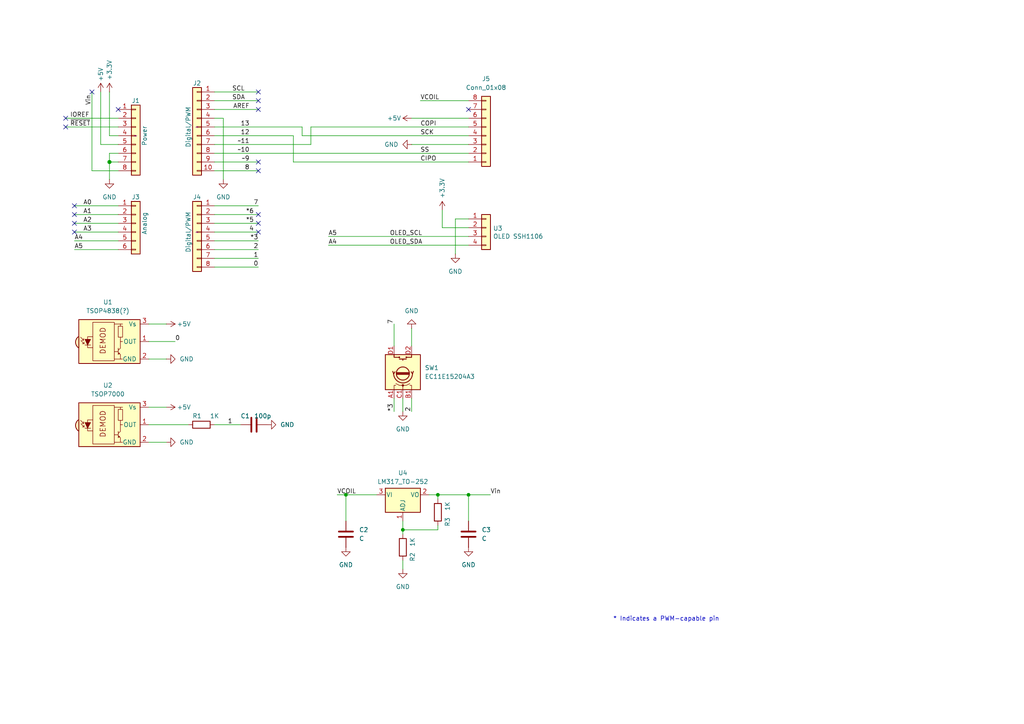
<source format=kicad_sch>
(kicad_sch (version 20250114) (generator "eeschema") (generator_version "9.0")
  (paper "A4")
  (title_block (date "mar. 31 mars 2015"))
  (lib_symbols
    (symbol "Connector_Generic:Conn_01x04" (pin_names (offset 1.016) (hide yes))
      (property "Reference" "J" (at 0 5.08 0))
      (property "Value" "Conn_01x04" (at 0 -7.62 0))
      (symbol "Conn_01x04_1_1"
        (rectangle (start -1.27 3.81) (end 1.27 -6.35) (stroke (width 0.254)) (fill (type background)))
        (rectangle (start -1.27 2.667) (end 0 2.413) (stroke (width 0.1524)))
        (rectangle (start -1.27 0.127) (end 0 -0.127) (stroke (width 0.1524)))
        (rectangle (start -1.27 -2.413) (end 0 -2.667) (stroke (width 0.1524)))
        (rectangle (start -1.27 -4.953) (end 0 -5.207) (stroke (width 0.1524)))
        (pin passive line (at -5.08 2.54 0) (length 3.81) (name "Pin_1") (number "1"))
        (pin passive line (at -5.08 0 0) (length 3.81) (name "Pin_2") (number "2"))
        (pin passive line (at -5.08 -2.54 0) (length 3.81) (name "Pin_3") (number "3"))
        (pin passive line (at -5.08 -5.08 0) (length 3.81) (name "Pin_4") (number "4"))
      )
    )
    (symbol "Connector_Generic:Conn_01x06" (pin_names (offset 1.016) (hide yes))
      (property "Reference" "J" (at 0 7.62 0))
      (property "Value" "Conn_01x06" (at 0 -10.16 0))
      (symbol "Conn_01x06_1_1"
        (rectangle (start -1.27 6.35) (end 1.27 -8.89) (stroke (width 0.254)) (fill (type background)))
        (rectangle (start -1.27 5.207) (end 0 4.953) (stroke (width 0.1524)))
        (rectangle (start -1.27 2.667) (end 0 2.413) (stroke (width 0.1524)))
        (rectangle (start -1.27 0.127) (end 0 -0.127) (stroke (width 0.1524)))
        (rectangle (start -1.27 -2.413) (end 0 -2.667) (stroke (width 0.1524)))
        (rectangle (start -1.27 -4.953) (end 0 -5.207) (stroke (width 0.1524)))
        (rectangle (start -1.27 -7.493) (end 0 -7.747) (stroke (width 0.1524)))
        (pin passive line (at -5.08 5.08 0) (length 3.81) (name "Pin_1") (number "1"))
        (pin passive line (at -5.08 2.54 0) (length 3.81) (name "Pin_2") (number "2"))
        (pin passive line (at -5.08 0 0) (length 3.81) (name "Pin_3") (number "3"))
        (pin passive line (at -5.08 -2.54 0) (length 3.81) (name "Pin_4") (number "4"))
        (pin passive line (at -5.08 -5.08 0) (length 3.81) (name "Pin_5") (number "5"))
        (pin passive line (at -5.08 -7.62 0) (length 3.81) (name "Pin_6") (number "6"))
      )
    )
    (symbol "Connector_Generic:Conn_01x08" (pin_names (offset 1.016) (hide yes))
      (property "Reference" "J" (at 0 10.16 0))
      (property "Value" "Conn_01x08" (at 0 -12.7 0))
      (symbol "Conn_01x08_1_1"
        (rectangle (start -1.27 8.89) (end 1.27 -11.43) (stroke (width 0.254)) (fill (type background)))
        (rectangle (start -1.27 7.747) (end 0 7.493) (stroke (width 0.1524)))
        (rectangle (start -1.27 5.207) (end 0 4.953) (stroke (width 0.1524)))
        (rectangle (start -1.27 2.667) (end 0 2.413) (stroke (width 0.1524)))
        (rectangle (start -1.27 0.127) (end 0 -0.127) (stroke (width 0.1524)))
        (rectangle (start -1.27 -2.413) (end 0 -2.667) (stroke (width 0.1524)))
        (rectangle (start -1.27 -4.953) (end 0 -5.207) (stroke (width 0.1524)))
        (rectangle (start -1.27 -7.493) (end 0 -7.747) (stroke (width 0.1524)))
        (rectangle (start -1.27 -10.033) (end 0 -10.287) (stroke (width 0.1524)))
        (pin passive line (at -5.08 7.62 0) (length 3.81) (name "Pin_1") (number "1"))
        (pin passive line (at -5.08 5.08 0) (length 3.81) (name "Pin_2") (number "2"))
        (pin passive line (at -5.08 2.54 0) (length 3.81) (name "Pin_3") (number "3"))
        (pin passive line (at -5.08 0 0) (length 3.81) (name "Pin_4") (number "4"))
        (pin passive line (at -5.08 -2.54 0) (length 3.81) (name "Pin_5") (number "5"))
        (pin passive line (at -5.08 -5.08 0) (length 3.81) (name "Pin_6") (number "6"))
        (pin passive line (at -5.08 -7.62 0) (length 3.81) (name "Pin_7") (number "7"))
        (pin passive line (at -5.08 -10.16 0) (length 3.81) (name "Pin_8") (number "8"))
      )
    )
    (symbol "Connector_Generic:Conn_01x10" (pin_names (offset 1.016) (hide yes))
      (property "Reference" "J" (at 0 12.7 0))
      (property "Value" "Conn_01x10" (at 0 -15.24 0))
      (symbol "Conn_01x10_1_1"
        (rectangle (start -1.27 11.43) (end 1.27 -13.97) (stroke (width 0.254)) (fill (type background)))
        (rectangle (start -1.27 10.287) (end 0 10.033) (stroke (width 0.1524)))
        (rectangle (start -1.27 7.747) (end 0 7.493) (stroke (width 0.1524)))
        (rectangle (start -1.27 5.207) (end 0 4.953) (stroke (width 0.1524)))
        (rectangle (start -1.27 2.667) (end 0 2.413) (stroke (width 0.1524)))
        (rectangle (start -1.27 0.127) (end 0 -0.127) (stroke (width 0.1524)))
        (rectangle (start -1.27 -2.413) (end 0 -2.667) (stroke (width 0.1524)))
        (rectangle (start -1.27 -4.953) (end 0 -5.207) (stroke (width 0.1524)))
        (rectangle (start -1.27 -7.493) (end 0 -7.747) (stroke (width 0.1524)))
        (rectangle (start -1.27 -10.033) (end 0 -10.287) (stroke (width 0.1524)))
        (rectangle (start -1.27 -12.573) (end 0 -12.827) (stroke (width 0.1524)))
        (pin passive line (at -5.08 10.16 0) (length 3.81) (name "Pin_1") (number "1"))
        (pin passive line (at -5.08 7.62 0) (length 3.81) (name "Pin_2") (number "2"))
        (pin passive line (at -5.08 5.08 0) (length 3.81) (name "Pin_3") (number "3"))
        (pin passive line (at -5.08 2.54 0) (length 3.81) (name "Pin_4") (number "4"))
        (pin passive line (at -5.08 0 0) (length 3.81) (name "Pin_5") (number "5"))
        (pin passive line (at -5.08 -2.54 0) (length 3.81) (name "Pin_6") (number "6"))
        (pin passive line (at -5.08 -5.08 0) (length 3.81) (name "Pin_7") (number "7"))
        (pin passive line (at -5.08 -7.62 0) (length 3.81) (name "Pin_8") (number "8"))
        (pin passive line (at -5.08 -10.16 0) (length 3.81) (name "Pin_9") (number "9"))
        (pin passive line (at -5.08 -12.7 0) (length 3.81) (name "Pin_10") (number "10"))
      )
    )
    (symbol "Device:C" (pin_numbers (hide yes)) (pin_names (offset 0.254))
      (property "Reference" "C" (at 0.635 2.54 0))
      (property "Value" "C" (at 0.635 -2.54 0))
      (symbol "C_0_1"
        (polyline (pts (xy -2.032 0.762) (xy 2.032 0.762)) (stroke (width 0.508)))
        (polyline (pts (xy -2.032 -0.762) (xy 2.032 -0.762)) (stroke (width 0.508)))
      )
      (symbol "C_1_1"
        (pin passive line (at 0 3.81 270) (length 2.794) (name "~") (number "1"))
        (pin passive line (at 0 -3.81 90) (length 2.794) (name "~") (number "2"))
      )
    )
    (symbol "Device:R" (pin_numbers (hide yes)) (pin_names (offset 0))
      (property "Reference" "R" (at 2.032 0 90))
      (property "Value" "R" (at 0 0 90))
      (symbol "R_0_1"
        (rectangle (start -1.016 -2.54) (end 1.016 2.54) (stroke (width 0.254)))
      )
      (symbol "R_1_1"
        (pin passive line (at 0 3.81 270) (length 1.27) (name "~") (number "1"))
        (pin passive line (at 0 -3.81 90) (length 1.27) (name "~") (number "2"))
      )
    )
    (symbol "Interface_Optical:TSOP41xx" (pin_names (offset 1.016))
      (property "Reference" "U" (at -10.16 7.62 0))
      (property "Value" "TSOP41xx" (at -10.16 -7.62 0))
      (symbol "TSOP41xx_0_0"
        (arc (start -10.287 -1.778) (mid -11.0899 -0.1905) (end -10.287 1.397) (stroke (width 0.254)) (fill (type background)))
        (polyline (pts (xy 1.905 5.08) (xy 0.127 5.08)))
        (polyline (pts (xy 1.905 -5.08) (xy 0.127 -5.08)))
        (text "DEMOD" (at -3.175 0.254 900) (effects (font (size 1.524 1.524))))
      )
      (symbol "TSOP41xx_0_1"
        (polyline (pts (xy -8.763 0.381) (xy -9.652 1.27)))
        (polyline (pts (xy -8.763 0.381) (xy -9.271 0.381)))
        (polyline (pts (xy -8.763 0.381) (xy -8.763 0.889)))
        (polyline (pts (xy -8.636 -0.635) (xy -9.525 0.254)))
        (polyline (pts (xy -8.636 -0.635) (xy -9.144 -0.635)))
        (polyline (pts (xy -8.636 -0.635) (xy -8.636 -0.127)))
        (polyline (pts (xy -8.382 0.635) (xy -6.731 0.635) (xy -7.62 -1.016) (xy -8.382 0.635)) (fill (type outline)))
        (polyline (pts (xy -8.382 -1.016) (xy -6.731 -1.016)))
        (rectangle (start -6.096 5.588) (end 0.127 -5.588))
        (polyline (pts (xy -6.096 1.397) (xy -7.62 1.397) (xy -7.62 -1.778) (xy -6.096 -1.778)))
        (polyline (pts (xy 1.27 -1.905) (xy 1.27 -3.81)))
        (polyline (pts (xy 1.27 -2.54) (xy 1.905 -1.905) (xy 1.905 0) (xy 2.54 0)))
        (polyline (pts (xy 1.27 -2.921) (xy 0.127 -2.921)))
        (polyline (pts (xy 1.27 -3.175) (xy 1.905 -3.81) (xy 1.905 -5.08) (xy 2.54 -5.08)))
        (polyline (pts (xy 1.397 -3.556) (xy 1.524 -3.556)))
        (polyline (pts (xy 1.651 -3.556) (xy 1.524 -3.556)))
        (polyline (pts (xy 1.651 -3.556) (xy 1.651 -3.302)))
        (polyline (pts (xy 1.905 4.445) (xy 1.905 5.08) (xy 2.54 5.08)))
        (polyline (pts (xy 1.905 0) (xy 1.905 1.27)))
        (rectangle (start 2.54 1.27) (end 1.27 4.445))
        (rectangle (start 7.62 6.35) (end -10.16 -6.35) (stroke (width 0.254)) (fill (type background)))
      )
      (symbol "TSOP41xx_1_1"
        (pin power_in line (at 10.16 5.08 180) (length 2.54) (name "Vs") (number "3"))
        (pin output line (at 10.16 0 180) (length 2.54) (name "OUT") (number "1"))
        (pin power_in line (at 10.16 -5.08 180) (length 2.54) (name "GND") (number "2"))
      )
    )
    (symbol "LogAttSheild:RotaryEncoder_Switch" (pin_names (offset 0.254) (hide yes))
      (property "Reference" "SW2" (at 1.2701 -6.35 90))
      (property "Value" "EC11E15204A3" (at -1.2699 -6.35 90))
      (symbol "RotaryEncoder_Switch_0_1"
        (rectangle (start -5.08 5.08) (end 5.08 -5.08) (stroke (width 0.254)) (fill (type background)))
        (polyline (pts (xy -5.08 2.54) (xy -3.81 2.54) (xy -3.81 2.032)))
        (polyline (pts (xy -5.08 0) (xy -3.81 0) (xy -3.81 -1.016) (xy -3.302 -2.032)))
        (polyline (pts (xy -5.08 -2.54) (xy -3.81 -2.54) (xy -3.81 -2.032)))
        (polyline (pts (xy -4.318 0) (xy -3.81 0) (xy -3.81 1.016) (xy -3.302 2.032)))
        (circle (center -3.81 0) (radius 0.254) (fill (type outline)))
        (polyline (pts (xy -0.635 -1.778) (xy -0.635 1.778)) (stroke (width 0.254)))
        (circle (center -0.381 0) (radius 1.905) (stroke (width 0.254)))
        (polyline (pts (xy -0.381 -1.778) (xy -0.381 1.778)) (stroke (width 0.254)))
        (arc (start -0.381 -2.794) (mid -3.0988 -0.0635) (end -0.381 2.667) (stroke (width 0.254)))
        (polyline (pts (xy -0.127 1.778) (xy -0.127 -1.778)) (stroke (width 0.254)))
        (polyline (pts (xy 0.254 2.921) (xy -0.508 2.667) (xy 0.127 2.286)) (stroke (width 0.254)))
        (polyline (pts (xy 0.254 -3.048) (xy -0.508 -2.794) (xy 0.127 -2.413)) (stroke (width 0.254)))
        (polyline (pts (xy 3.81 1.016) (xy 3.81 -1.016)) (stroke (width 0.254)))
        (polyline (pts (xy 3.81 0) (xy 3.429 0)) (stroke (width 0.254)))
        (circle (center 4.318 1.016) (radius 0.127) (stroke (width 0.254)))
        (circle (center 4.318 -1.016) (radius 0.127) (stroke (width 0.254)))
        (polyline (pts (xy 5.08 2.54) (xy 4.318 2.54) (xy 4.318 1.016)) (stroke (width 0.254)))
        (polyline (pts (xy 5.08 -2.54) (xy 4.318 -2.54) (xy 4.318 -1.016)) (stroke (width 0.254)))
      )
      (symbol "RotaryEncoder_Switch_1_1"
        (pin passive line (at -7.62 2.54 0) (length 2.54) (name "A") (number "A1"))
        (pin passive line (at -7.62 0 0) (length 2.54) (name "C") (number "C1"))
        (pin passive line (at -7.62 -2.54 0) (length 2.54) (name "B") (number "B1"))
        (pin passive line (at 7.62 2.54 180) (length 2.54) (name "S1") (number "D1"))
        (pin passive line (at 7.62 -2.54 180) (length 2.54) (name "S2") (number "D2"))
      )
    )
    (symbol "Regulator_Linear:LM317_TO-252" (pin_names (offset 0.254))
      (property "Reference" "U" (at -3.81 3.175 0))
      (property "Value" "LM317_TO-252" (at 0 3.175 0))
      (symbol "LM317_TO-252_0_1"
        (rectangle (start -5.08 1.905) (end 5.08 -5.08) (stroke (width 0.254)) (fill (type background)))
      )
      (symbol "LM317_TO-252_1_1"
        (pin power_in line (at -7.62 0 0) (length 2.54) (name "VI") (number "3"))
        (pin input line (at 0 -7.62 90) (length 2.54) (name "ADJ") (number "1"))
        (pin power_out line (at 7.62 0 180) (length 2.54) (name "VO") (number "2"))
      )
    )
    (symbol "power:+3.3V" (power) (pin_numbers (hide yes)) (pin_names (offset 0) (hide yes))
      (property "Value" "+3.3V" (at 0 3.556 0))
      (symbol "+3.3V_0_1"
        (polyline (pts (xy -0.762 1.27) (xy 0 2.54)))
        (polyline (pts (xy 0 2.54) (xy 0.762 1.27)))
        (polyline (pts (xy 0 0) (xy 0 2.54)))
      )
      (symbol "+3.3V_1_1"
        (pin power_in line (at 0 0 90) (length 0) (name "~") (number "1"))
      )
    )
    (symbol "power:+5V" (power) (pin_numbers (hide yes)) (pin_names (offset 0) (hide yes))
      (property "Value" "+5V" (at 0 3.556 0))
      (symbol "+5V_0_1"
        (polyline (pts (xy -0.762 1.27) (xy 0 2.54)))
        (polyline (pts (xy 0 2.54) (xy 0.762 1.27)))
        (polyline (pts (xy 0 0) (xy 0 2.54)))
      )
      (symbol "+5V_1_1"
        (pin power_in line (at 0 0 90) (length 0) (name "~") (number "1"))
      )
    )
    (symbol "power:GND" (power) (pin_numbers (hide yes)) (pin_names (offset 0) (hide yes))
      (property "Value" "GND" (at 0 -3.81 0))
      (symbol "GND_0_1"
        (polyline (pts (xy 0 0) (xy 0 -1.27) (xy 1.27 -1.27) (xy 0 -2.54) (xy -1.27 -1.27) (xy 0 -1.27)))
      )
      (symbol "GND_1_1"
        (pin power_in line (at 0 0 270) (length 0) (name "~") (number "1"))
      )
    )
  )
  (text "* Indicates a PWM-capable pin" (at 177.8 180.34 0) (effects (font (size 1.27 1.27)) (justify left bottom)))
  (junction (at 116.84 153.67))
  (junction (at 31.75 46.99) (diameter 1.016))
  (junction (at 135.89 143.51))
  (junction (at 100.33 143.51))
  (junction (at 127 143.51))
  (no_connect (at 135.89 31.75))
  (no_connect (at 21.59 59.69))
  (no_connect (at 74.93 29.21))
  (no_connect (at 74.93 62.23))
  (no_connect (at 74.93 26.67))
  (no_connect (at 19.05 34.29))
  (no_connect (at 74.93 31.75))
  (no_connect (at 21.59 62.23))
  (no_connect (at 74.93 46.99))
  (no_connect (at 21.59 67.31))
  (no_connect (at 74.93 64.77))
  (no_connect (at 21.59 64.77))
  (no_connect (at 34.29 31.75))
  (no_connect (at 74.93 49.53))
  (no_connect (at 19.05 36.83))
  (no_connect (at 26.67 26.67))
  (no_connect (at 74.93 67.31))
  (wire (pts (xy 62.23 77.47) (xy 74.93 77.47)))
  (wire (pts (xy 43.18 118.11) (xy 48.26 118.11)))
  (wire (pts (xy 62.23 26.67) (xy 74.93 26.67)))
  (wire (pts (xy 127 143.51) (xy 135.89 143.51)))
  (wire (pts (xy 135.89 143.51) (xy 142.24 143.51)))
  (wire (pts (xy 31.75 44.45) (xy 31.75 46.99)))
  (wire (pts (xy 21.59 72.39) (xy 34.29 72.39)))
  (wire (pts (xy 43.18 128.27) (xy 48.26 128.27)))
  (wire (pts (xy 127 143.51) (xy 127 144.78)))
  (wire (pts (xy 116.84 115.57) (xy 116.84 119.38)))
  (wire (pts (xy 97.79 143.51) (xy 100.33 143.51)))
  (wire (pts (xy 31.75 46.99) (xy 31.75 52.07)))
  (wire (pts (xy 116.84 153.67) (xy 127 153.67)))
  (wire (pts (xy 119.38 100.33) (xy 119.38 95.25)))
  (wire (pts (xy 119.38 115.57) (xy 119.38 119.38)))
  (wire (pts (xy 31.75 39.37) (xy 34.29 39.37)))
  (wire (pts (xy 29.21 41.91) (xy 34.29 41.91)))
  (wire (pts (xy 90.17 36.83) (xy 90.17 41.91)))
  (wire (pts (xy 29.21 26.67) (xy 29.21 41.91)))
  (wire (pts (xy 62.23 123.19) (xy 69.85 123.19)))
  (wire (pts (xy 100.33 143.51) (xy 100.33 151.13)))
  (wire (pts (xy 62.23 36.83) (xy 87.63 36.83)))
  (wire (pts (xy 31.75 26.67) (xy 31.75 39.37)))
  (wire (pts (xy 62.23 59.69) (xy 74.93 59.69)))
  (wire (pts (xy 34.29 59.69) (xy 21.59 59.69)))
  (wire (pts (xy 62.23 39.37) (xy 85.09 39.37)))
  (wire (pts (xy 62.23 62.23) (xy 74.93 62.23)))
  (wire (pts (xy 135.89 71.12) (xy 95.25 71.12)))
  (wire (pts (xy 85.09 46.99) (xy 135.89 46.99)))
  (wire (pts (xy 62.23 46.99) (xy 74.93 46.99)))
  (wire (pts (xy 119.38 34.29) (xy 135.89 34.29)))
  (wire (pts (xy 62.23 44.45) (xy 135.89 44.45)))
  (wire (pts (xy 128.27 66.04) (xy 128.27 60.96)))
  (wire (pts (xy 95.25 68.58) (xy 135.89 68.58)))
  (wire (pts (xy 62.23 67.31) (xy 74.93 67.31)))
  (wire (pts (xy 116.84 165.1) (xy 116.84 162.56)))
  (wire (pts (xy 19.05 34.29) (xy 34.29 34.29)))
  (wire (pts (xy 87.63 39.37) (xy 135.89 39.37)))
  (wire (pts (xy 114.3 119.38) (xy 114.3 115.57)))
  (wire (pts (xy 135.89 66.04) (xy 128.27 66.04)))
  (wire (pts (xy 64.77 34.29) (xy 64.77 52.07)))
  (wire (pts (xy 90.17 36.83) (xy 135.89 36.83)))
  (wire (pts (xy 43.18 104.14) (xy 48.26 104.14)))
  (wire (pts (xy 62.23 31.75) (xy 74.93 31.75)))
  (wire (pts (xy 127 152.4) (xy 127 153.67)))
  (wire (pts (xy 87.63 36.83) (xy 87.63 39.37)))
  (wire (pts (xy 34.29 64.77) (xy 21.59 64.77)))
  (wire (pts (xy 19.05 36.83) (xy 34.29 36.83)))
  (wire (pts (xy 43.18 123.19) (xy 54.61 123.19)))
  (wire (pts (xy 43.18 99.06) (xy 50.8 99.06)))
  (wire (pts (xy 34.29 46.99) (xy 31.75 46.99)))
  (wire (pts (xy 124.46 143.51) (xy 127 143.51)))
  (wire (pts (xy 119.38 41.91) (xy 135.89 41.91)))
  (wire (pts (xy 135.89 143.51) (xy 135.89 151.13)))
  (wire (pts (xy 34.29 49.53) (xy 26.67 49.53)))
  (wire (pts (xy 116.84 153.67) (xy 116.84 154.94)))
  (wire (pts (xy 21.59 62.23) (xy 34.29 62.23)))
  (wire (pts (xy 114.3 93.98) (xy 114.3 100.33)))
  (wire (pts (xy 132.08 63.5) (xy 132.08 73.66)))
  (wire (pts (xy 62.23 34.29) (xy 64.77 34.29)))
  (wire (pts (xy 34.29 44.45) (xy 31.75 44.45)))
  (wire (pts (xy 85.09 39.37) (xy 85.09 46.99)))
  (wire (pts (xy 116.84 151.13) (xy 116.84 153.67)))
  (wire (pts (xy 100.33 143.51) (xy 109.22 143.51)))
  (wire (pts (xy 121.92 29.21) (xy 135.89 29.21)))
  (wire (pts (xy 62.23 41.91) (xy 90.17 41.91)))
  (wire (pts (xy 62.23 64.77) (xy 74.93 64.77)))
  (wire (pts (xy 21.59 67.31) (xy 34.29 67.31)))
  (wire (pts (xy 135.89 63.5) (xy 132.08 63.5)))
  (wire (pts (xy 62.23 29.21) (xy 74.93 29.21)))
  (wire (pts (xy 43.18 93.98) (xy 48.26 93.98)))
  (wire (pts (xy 62.23 72.39) (xy 74.93 72.39)))
  (wire (pts (xy 62.23 69.85) (xy 74.93 69.85)))
  (wire (pts (xy 62.23 74.93) (xy 74.93 74.93)))
  (wire (pts (xy 26.67 49.53) (xy 26.67 26.67)))
  (wire (pts (xy 34.29 69.85) (xy 21.59 69.85)))
  (wire (pts (xy 62.23 49.53) (xy 74.93 49.53)))
  (label "0" (at 74.93 77.47 180))
  (label "A2" (at 24.13 64.77 0))
  (label "1" (at 66.04 123.19 0))
  (label "4" (at 73.66 67.31 180))
  (label "2" (at 74.93 72.39 180))
  (label "SCK" (at 121.92 39.37 0))
  (label "VCOIL" (at 121.92 29.21 0))
  (label "A3" (at 24.13 67.31 0))
  (label "CIPO" (at 121.92 46.99 0))
  (label "13" (at 72.39 36.83 180))
  (label "12" (at 72.39 39.37 180))
  (label "SCL" (at 67.31 26.67 0))
  (label "~{RESET}" (at 20.32 36.83 0))
  (label "Vin" (at 142.24 143.51 0))
  (label "A5" (at 95.25 68.58 0))
  (label "~10" (at 72.39 44.45 180))
  (label "SDA" (at 67.31 29.21 0))
  (label "SS" (at 121.92 44.45 0))
  (label "7" (at 74.93 59.69 180))
  (label "8" (at 72.39 49.53 180))
  (label "~11" (at 72.39 41.91 180))
  (label "VCOIL" (at 97.79 143.51 0))
  (label "*3" (at 74.93 69.85 180))
  (label "0" (at 50.8 99.06 0))
  (label "Vin" (at 26.67 30.48 90))
  (label "2" (at 119.38 119.38 90))
  (label "A1" (at 24.13 62.23 0))
  (label "1" (at 74.93 74.93 180))
  (label "7" (at 114.3 93.98 90))
  (label "A0" (at 24.13 59.69 0))
  (label "AREF" (at 72.39 31.75 180))
  (label "*6" (at 73.66 62.23 180))
  (label "~9" (at 72.39 46.99 180))
  (label "*3" (at 114.3 119.38 90))
  (label "OLED_SDA" (at 113.03 71.12 0))
  (label "*5" (at 73.66 64.77 180))
  (label "A4" (at 95.25 71.12 0))
  (label "IOREF" (at 20.32 34.29 0))
  (label "COPI" (at 121.92 36.83 0))
  (label "A4" (at 21.59 69.85 0))
  (label "A5" (at 21.59 72.39 0))
  (label "OLED_SCL" (at 113.03 68.58 0))
  (symbol (lib_id "Connector_Generic:Conn_01x08") (at 39.37 39.37 0) (unit 1)
    (property "Reference" "J1" (at 39.37 29.21 0))
    (property "Value" "Power" (at 41.91 39.37 90))
    (property "Footprint" "Connector_PinSocket_2.54mm:PinSocket_1x08_P2.54mm_Vertical" (effects (hide yes)))
    (property "Datasheet" "~" (at 39.37 39.37 0))
    (property "Description" "Generic connector, single row, 01x08, script generated (kicad-library-utils/schlib/autogen/connector/)" (effects (hide yes)))
  )
  (symbol (lib_id "Connector_Generic:Conn_01x10") (at 57.15 36.83 0) (mirror y) (unit 1)
    (property "Reference" "J2" (at 57.15 24.13 0))
    (property "Value" "Digital/PWM" (at 54.61 36.83 90))
    (property "Footprint" "Connector_PinSocket_2.54mm:PinSocket_1x10_P2.54mm_Vertical" (effects (hide yes)))
    (property "Datasheet" "~" (at 57.15 36.83 0))
    (property "Description" "Generic connector, single row, 01x10, script generated (kicad-library-utils/schlib/autogen/connector/)" (effects (hide yes)))
  )
  (symbol (lib_id "Connector_Generic:Conn_01x06") (at 39.37 64.77 0) (unit 1)
    (property "Reference" "J3" (at 39.37 57.15 0))
    (property "Value" "Analog" (at 41.91 64.77 90))
    (property "Footprint" "Connector_PinSocket_2.54mm:PinSocket_1x06_P2.54mm_Vertical" (effects (hide yes)))
    (property "Description" "Generic connector, single row, 01x06, script generated (kicad-library-utils/schlib/autogen/connector/)" (effects (hide yes)))
  )
  (symbol (lib_id "Connector_Generic:Conn_01x08") (at 57.15 67.31 0) (mirror y) (unit 1)
    (property "Reference" "J4" (at 57.15 57.15 0))
    (property "Value" "Digital/PWM" (at 54.61 67.31 90))
    (property "Footprint" "Connector_PinSocket_2.54mm:PinSocket_1x08_P2.54mm_Vertical" (effects (hide yes)))
    (property "Datasheet" "~" (at 57.15 67.31 0))
    (property "Description" "Generic connector, single row, 01x08, script generated (kicad-library-utils/schlib/autogen/connector/)" (effects (hide yes)))
  )
  (symbol (lib_id "Regulator_Linear:LM317_TO-252") (at 116.84 143.51 0) (unit 1)
    (property "Reference" "U4" (at 116.84 137.16 0))
    (property "Value" "LM317_TO-252" (at 116.84 139.7 0))
    (property "Footprint" "Package_TO_SOT_SMD:TO-252-2" (effects (hide yes)))
    (property "Datasheet" "http://www.ti.com/lit/ds/snvs774n/snvs774n.pdf" (effects (hide yes)))
    (property "Description" "1.5A 35V Adjustable Linear Regulator, TO-252" (effects (hide yes)))
  )
  (symbol (lib_id "LogAttSheild:RotaryEncoder_Switch") (at 116.84 107.95 90) (unit 1)
    (property "Reference" "SW1" (at 123.19 106.6799 90) (effects (justify right)))
    (property "Value" "EC11E15204A3" (at 123.19 109.2199 90) (effects (justify right)))
    (property "Footprint" "myfootprint:EC11E15204A3" (effects (hide yes)))
    (property "Description" "Rotary encoder, dual channel, incremental quadrate outputs, with switch" (effects (hide yes)))
  )
  (symbol (lib_id "power:+3.3V") (at 31.75 26.67 0) (unit 1)
    (property "Reference" "#PWR011" (effects (hide yes)))
    (property "Value" "+3.3V" (at 31.75 20.32 90))
    (property "Description" "Power symbol creates a global label with name \"+3.3V\"" (effects (hide yes)))
  )
  (symbol (lib_id "power:GND") (at 64.77 52.07 0) (unit 1)
    (property "Reference" "#PWR013" (effects (hide yes)))
    (property "Value" "GND" (at 64.77 57.15 0))
    (property "Description" "Power symbol creates a global label with name \"GND\" , ground" (effects (hide yes)))
  )
  (symbol (lib_id "power:GND") (at 135.89 158.75 0) (unit 1)
    (property "Reference" "#PWR018" (effects (hide yes)))
    (property "Value" "GND" (at 135.89 163.83 0))
    (property "Description" "Power symbol creates a global label with name \"GND\" , ground" (effects (hide yes)))
  )
  (symbol (lib_id "Interface_Optical:TSOP41xx") (at 33.02 123.19 0) (unit 1)
    (property "Reference" "U2" (at 31.285 111.76 0))
    (property "Value" "TSOP7000" (at 31.285 114.3 0))
    (property "Footprint" "myfootprint:Vishay_MOLD-3Pin Folded" (effects (hide yes)))
    (property "Datasheet" "http://www.vishay.com/docs/82460/tsop45.pdf" (effects (hide yes)))
    (property "Description" "IR Receiver Modules for Remote Control Systems" (effects (hide yes)))
  )
  (symbol (lib_id "Interface_Optical:TSOP41xx") (at 33.02 99.06 0) (unit 1)
    (property "Reference" "U1" (at 31.285 87.63 0))
    (property "Value" "TSOP4838(?)" (at 31.285 90.17 0))
    (property "Footprint" "myfootprint:Vishay_MOLD-3Pin Folded" (effects (hide yes)))
    (property "Datasheet" "http://www.vishay.com/docs/82460/tsop45.pdf" (effects (hide yes)))
    (property "Description" "IR Receiver Modules for Remote Control Systems" (effects (hide yes)))
  )
  (symbol (lib_id "power:+5V") (at 119.38 34.29 90) (unit 1)
    (property "Reference" "#PWR02" (effects (hide yes)))
    (property "Value" "+5V" (at 114.3 34.29 90))
    (property "Description" "Power symbol creates a global label with name \"+5V\"" (effects (hide yes)))
  )
  (symbol (lib_id "Device:C") (at 135.89 154.94 0) (unit 1)
    (property "Reference" "C3" (at 139.7 153.6699 0) (effects (justify left)))
    (property "Value" "C" (at 139.7 156.2099 0) (effects (justify left)))
    (property "Footprint" "Capacitor_SMD:C_1206_3216Metric_Pad1.33x1.80mm_HandSolder" (effects (hide yes)))
    (property "Description" "Unpolarized capacitor" (effects (hide yes)))
  )
  (symbol (lib_id "power:GND") (at 116.84 165.1 0) (unit 1)
    (property "Reference" "#PWR016" (effects (hide yes)))
    (property "Value" "GND" (at 116.84 170.18 0))
    (property "Description" "Power symbol creates a global label with name \"GND\" , ground" (effects (hide yes)))
  )
  (symbol (lib_id "power:GND") (at 100.33 158.75 0) (unit 1)
    (property "Reference" "#PWR017" (effects (hide yes)))
    (property "Value" "GND" (at 100.33 163.83 0))
    (property "Description" "Power symbol creates a global label with name \"GND\" , ground" (effects (hide yes)))
  )
  (symbol (lib_id "power:GND") (at 77.47 123.19 90) (unit 1)
    (property "Reference" "#PWR09" (effects (hide yes)))
    (property "Value" "GND" (at 81.28 123.19 90) (effects (justify right)))
    (property "Description" "Power symbol creates a global label with name \"GND\" , ground" (effects (hide yes)))
  )
  (symbol (lib_id "power:GND") (at 48.26 104.14 90) (unit 1)
    (property "Reference" "#PWR05" (effects (hide yes)))
    (property "Value" "GND" (at 52.07 104.14 90) (effects (justify right)))
    (property "Description" "Power symbol creates a global label with name \"GND\" , ground" (effects (hide yes)))
  )
  (symbol (lib_id "power:+5V") (at 48.26 118.11 270) (unit 1)
    (property "Reference" "#PWR08" (effects (hide yes)))
    (property "Value" "+5V" (at 53.34 118.11 90))
    (property "Description" "Power symbol creates a global label with name \"+5V\"" (effects (hide yes)))
  )
  (symbol (lib_id "power:GND") (at 132.08 73.66 0) (unit 1)
    (property "Reference" "#PWR012" (effects (hide yes)))
    (property "Value" "GND" (at 132.08 78.74 0))
    (property "Description" "Power symbol creates a global label with name \"GND\" , ground" (effects (hide yes)))
  )
  (symbol (lib_id "Device:C") (at 73.66 123.19 90) (unit 1)
    (property "Reference" "C1" (at 71.12 120.65 90))
    (property "Value" "100p" (at 76.2 120.65 90))
    (property "Footprint" "Capacitor_SMD:C_0603_1608Metric_Pad1.08x0.95mm_HandSolder" (effects (hide yes)))
    (property "Description" "Unpolarized capacitor" (effects (hide yes)))
  )
  (symbol (lib_id "power:+5V") (at 48.26 93.98 270) (unit 1)
    (property "Reference" "#PWR06" (effects (hide yes)))
    (property "Value" "+5V" (at 53.34 93.98 90))
    (property "Description" "Power symbol creates a global label with name \"+5V\"" (effects (hide yes)))
  )
  (symbol (lib_id "Connector_Generic:Conn_01x08") (at 140.97 39.37 0) (mirror x) (unit 1)
    (property "Reference" "J5" (at 140.97 22.86 0))
    (property "Value" "Conn_01x08" (at 140.97 25.4 0))
    (property "Footprint" "Connector_PinSocket_2.54mm:PinSocket_1x08_P2.54mm_Vertical" (effects (hide yes)))
    (property "Description" "Generic connector, single row, 01x08, script generated (kicad-library-utils/schlib/autogen/connector/)" (effects (hide yes)))
  )
  (symbol (lib_id "Device:C") (at 100.33 154.94 0) (unit 1)
    (property "Reference" "C2" (at 104.14 153.6699 0) (effects (justify left)))
    (property "Value" "C" (at 104.14 156.2099 0) (effects (justify left)))
    (property "Footprint" "Capacitor_SMD:C_1206_3216Metric_Pad1.33x1.80mm_HandSolder" (effects (hide yes)))
    (property "Description" "Unpolarized capacitor" (effects (hide yes)))
  )
  (symbol (lib_id "power:GND") (at 116.84 119.38 0) (unit 1)
    (property "Reference" "#PWR014" (effects (hide yes)))
    (property "Value" "GND" (at 116.84 124.46 0))
    (property "Description" "Power symbol creates a global label with name \"GND\" , ground" (effects (hide yes)))
  )
  (symbol (lib_id "power:GND") (at 48.26 128.27 90) (unit 1)
    (property "Reference" "#PWR07" (effects (hide yes)))
    (property "Value" "GND" (at 52.07 128.27 90) (effects (justify right)))
    (property "Description" "Power symbol creates a global label with name \"GND\" , ground" (effects (hide yes)))
  )
  (symbol (lib_id "power:GND") (at 31.75 52.07 0) (unit 1)
    (property "Reference" "#PWR04" (effects (hide yes)))
    (property "Value" "GND" (at 31.75 57.15 0))
    (property "Description" "Power symbol creates a global label with name \"GND\" , ground" (effects (hide yes)))
  )
  (symbol (lib_id "power:+3.3V") (at 128.27 60.96 0) (unit 1)
    (property "Reference" "#PWR03" (effects (hide yes)))
    (property "Value" "+3.3V" (at 128.27 54.61 90))
    (property "Description" "Power symbol creates a global label with name \"+3.3V\"" (effects (hide yes)))
  )
  (symbol (lib_id "Connector_Generic:Conn_01x04") (at 140.97 66.04 0) (unit 1)
    (property "Reference" "U3" (at 143.002 66.2432 0) (effects (justify left)))
    (property "Value" "OLED SSH1106" (at 143.002 68.5546 0) (effects (justify left)))
    (property "Footprint" "myfootprint:OLED_4pin_1.3_128X64" (effects (hide yes)))
    (property "Description" "Generic connector, single row, 01x04, script generated (kicad-library-utils/schlib/autogen/connector/)" (effects (hide yes)))
  )
  (symbol (lib_id "Device:R") (at 127 148.59 180) (unit 1)
    (property "Reference" "R3" (at 129.794 151.384 90))
    (property "Value" "1K" (at 129.794 146.812 90))
    (property "Footprint" "Resistor_SMD:R_0603_1608Metric_Pad0.98x0.95mm_HandSolder" (effects (hide yes)))
    (property "Description" "Resistor" (effects (hide yes)))
  )
  (symbol (lib_id "power:+5V") (at 29.21 26.67 0) (unit 1)
    (property "Reference" "#PWR01" (effects (hide yes)))
    (property "Value" "+5V" (at 29.21 21.59 90))
    (property "Description" "Power symbol creates a global label with name \"+5V\"" (effects (hide yes)))
  )
  (symbol (lib_id "Device:R") (at 116.84 158.75 180) (unit 1)
    (property "Reference" "R2" (at 119.634 161.544 90))
    (property "Value" "1K" (at 119.634 157.226 90))
    (property "Footprint" "Resistor_SMD:R_0603_1608Metric_Pad0.98x0.95mm_HandSolder" (effects (hide yes)))
    (property "Description" "Resistor" (effects (hide yes)))
  )
  (symbol (lib_id "power:GND") (at 119.38 41.91 270) (unit 1)
    (property "Reference" "#PWR015" (effects (hide yes)))
    (property "Value" "GND" (at 115.57 41.91 90) (effects (justify right)))
    (property "Description" "Power symbol creates a global label with name \"GND\" , ground" (effects (hide yes)))
  )
  (symbol (lib_id "power:GND") (at 119.38 95.25 180) (unit 1)
    (property "Reference" "#PWR010" (effects (hide yes)))
    (property "Value" "GND" (at 119.38 90.17 0))
    (property "Description" "Power symbol creates a global label with name \"GND\" , ground" (effects (hide yes)))
  )
  (symbol (lib_id "Device:R") (at 58.42 123.19 90) (unit 1)
    (property "Reference" "R1" (at 57.15 120.65 90))
    (property "Value" "1K" (at 62.23 120.65 90))
    (property "Footprint" "Resistor_SMD:R_0603_1608Metric_Pad0.98x0.95mm_HandSolder" (effects (hide yes)))
    (property "Description" "Resistor" (effects (hide yes)))
  )
)
</source>
